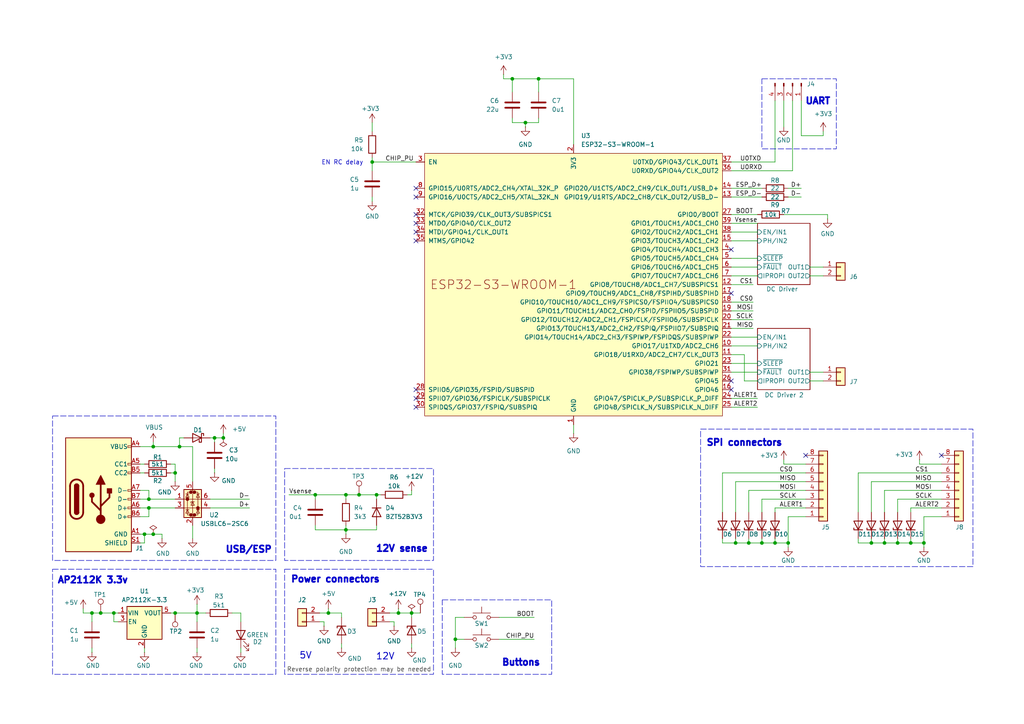
<source format=kicad_sch>
(kicad_sch (version 20250114) (generator "eeschema") (generator_version "9.0")
  (paper "A4")
  (rectangle (start 128.27 173.99) (end 160.02 195.58) (stroke (width 0) (type dash)))
  (rectangle (start 82.55 135.89) (end 125.73 162.56) (stroke (width 0) (type dash)))
  (rectangle (start 220.98 22.86) (end 242.57 43.18) (stroke (width 0) (type dash)))
  (rectangle (start 15.24 120.65) (end 80.01 162.56) (stroke (width 0) (type dash)))
  (rectangle (start 15.24 165.1) (end 80.01 195.58) (stroke (width 0) (type dash)))
  (rectangle (start 82.55 165.1) (end 125.73 195.58) (stroke (width 0) (type dash)))
  (rectangle (start 203.2 124.46) (end 282.194 164.338) (stroke (width 0) (type dash)))
  (text "SPI connectors" (at 215.9 128.524 0) (effects (font (size 1.905 1.905) (thickness 0.508) (bold yes))))
  (text "12V sense" (at 116.586 159.258 0) (effects (font (size 1.905 1.905) (thickness 0.508) (bold yes))))
  (text "Power connectors" (at 97.282 168.148 0) (effects (font (size 1.905 1.905) (thickness 0.508) (bold yes))))
  (text "Reverse polarity protection may be needed" (at 104.14 194.31 0) (effects (font (size 1.27 1.27))))
  (text "AP2112K 3.3v" (at 26.924 168.402 0) (effects (font (size 1.905 1.905) (thickness 0.508) (bold yes))))
  (text "USB/ESP" (at 72.136 159.512 0) (effects (font (size 1.905 1.905) (thickness 0.508) (bold yes))))
  (text "5V" (at 88.646 190.246 0) (effects (font (size 1.905 1.905) (thickness 0.2381))))
  (text "Buttons" (at 151.13 192.278 0) (effects (font (size 1.905 1.905) (thickness 0.508) (bold yes))))
  (text "12V" (at 111.76 190.5 0) (effects (font (size 1.905 1.905) (thickness 0.2381))))
  (text "UART" (at 237.236 29.464 0) (effects (font (size 1.905 1.905) (thickness 0.508) (bold yes))))
  (text "EN RC delay" (at 99.314 47.244 0) (effects (font (size 1.27 1.27))))
  (junction (at 44.45 154.94))
  (junction (at 156.21 22.86))
  (junction (at 260.35 157.48))
  (junction (at 33.02 177.8))
  (junction (at 44.45 129.54))
  (junction (at 224.79 157.48))
  (junction (at 148.59 22.86))
  (junction (at 217.17 157.48))
  (junction (at 26.67 177.8))
  (junction (at 132.08 185.42))
  (junction (at 43.18 144.78))
  (junction (at 50.8 177.8))
  (junction (at 213.36 157.48))
  (junction (at 115.57 177.8))
  (junction (at 29.21 177.8))
  (junction (at 95.25 177.8))
  (junction (at 41.91 154.94))
  (junction (at 220.98 157.48))
  (junction (at 252.73 157.48))
  (junction (at 104.14 143.51))
  (junction (at 100.33 153.67))
  (junction (at 264.16 157.48))
  (junction (at 119.38 177.8))
  (junction (at 57.15 177.8))
  (junction (at 52.07 129.54))
  (junction (at 109.22 143.51))
  (junction (at 228.6 157.48))
  (junction (at 100.33 143.51))
  (junction (at 152.4 35.56))
  (junction (at 64.77 127))
  (junction (at 43.18 147.32))
  (junction (at 107.95 46.99))
  (junction (at 91.44 143.51))
  (junction (at 62.23 127))
  (junction (at 50.8 137.16))
  (junction (at 267.97 157.48))
  (junction (at 256.54 157.48))
  (no_connect (at 212.09 110.49))
  (no_connect (at 212.09 113.03))
  (no_connect (at 120.65 57.15))
  (no_connect (at 273.05 132.08))
  (no_connect (at 120.65 115.57))
  (no_connect (at 120.65 67.31))
  (no_connect (at 212.09 72.39))
  (no_connect (at 212.09 85.09))
  (no_connect (at 120.65 54.61))
  (no_connect (at 120.65 113.03))
  (no_connect (at 120.65 118.11))
  (no_connect (at 233.68 132.08))
  (no_connect (at 120.65 62.23))
  (no_connect (at 120.65 69.85))
  (no_connect (at 120.65 64.77))
  (wire (pts (xy 62.23 137.16) (xy 62.23 135.89)))
  (wire (pts (xy 238.76 38.1) (xy 238.76 39.37)))
  (wire (pts (xy 224.79 147.32) (xy 224.79 148.59)))
  (wire (pts (xy 219.71 118.11) (xy 212.09 118.11)))
  (wire (pts (xy 62.23 127) (xy 62.23 128.27)))
  (wire (pts (xy 62.23 127) (xy 60.96 127)))
  (wire (pts (xy 156.21 34.29) (xy 156.21 35.56)))
  (wire (pts (xy 238.76 39.37) (xy 232.41 39.37)))
  (wire (pts (xy 260.35 144.78) (xy 273.05 144.78)))
  (wire (pts (xy 33.02 177.8) (xy 33.02 180.34)))
  (wire (pts (xy 118.11 143.51) (xy 119.38 143.51)))
  (wire (pts (xy 119.38 177.8) (xy 119.38 179.07)))
  (wire (pts (xy 234.95 107.95) (xy 238.76 107.95)))
  (wire (pts (xy 220.98 157.48) (xy 224.79 157.48)))
  (wire (pts (xy 50.8 147.32) (xy 43.18 147.32)))
  (wire (pts (xy 64.77 127) (xy 62.23 127)))
  (wire (pts (xy 248.92 156.21) (xy 248.92 157.48)))
  (wire (pts (xy 218.44 82.55) (xy 212.09 82.55)))
  (wire (pts (xy 228.6 54.61) (xy 232.41 54.61)))
  (wire (pts (xy 212.09 97.79) (xy 219.71 97.79)))
  (wire (pts (xy 109.22 153.67) (xy 109.22 152.4)))
  (wire (pts (xy 220.98 148.59) (xy 220.98 144.78)))
  (wire (pts (xy 218.44 95.25) (xy 212.09 95.25)))
  (wire (pts (xy 107.95 46.99) (xy 107.95 49.53)))
  (wire (pts (xy 114.3 181.61) (xy 114.3 180.34)))
  (wire (pts (xy 212.09 107.95) (xy 219.71 107.95)))
  (wire (pts (xy 95.25 176.53) (xy 95.25 177.8)))
  (wire (pts (xy 95.25 177.8) (xy 99.06 177.8)))
  (wire (pts (xy 26.67 177.8) (xy 29.21 177.8)))
  (wire (pts (xy 213.36 156.21) (xy 213.36 157.48)))
  (wire (pts (xy 212.09 102.87) (xy 215.9 102.87)))
  (wire (pts (xy 52.07 129.54) (xy 44.45 129.54)))
  (wire (pts (xy 248.92 137.16) (xy 273.05 137.16)))
  (wire (pts (xy 64.77 127) (xy 64.77 125.73)))
  (wire (pts (xy 109.22 143.51) (xy 110.49 143.51)))
  (wire (pts (xy 220.98 144.78) (xy 233.68 144.78)))
  (wire (pts (xy 92.71 180.34) (xy 93.98 180.34)))
  (wire (pts (xy 41.91 187.96) (xy 41.91 189.23)))
  (wire (pts (xy 256.54 142.24) (xy 273.05 142.24)))
  (wire (pts (xy 41.91 157.48) (xy 40.64 157.48)))
  (wire (pts (xy 146.05 22.86) (xy 146.05 21.59)))
  (wire (pts (xy 43.18 144.78) (xy 40.64 144.78)))
  (wire (pts (xy 50.8 139.7) (xy 50.8 137.16)))
  (wire (pts (xy 57.15 187.96) (xy 57.15 189.23)))
  (wire (pts (xy 41.91 137.16) (xy 40.64 137.16)))
  (wire (pts (xy 50.8 144.78) (xy 43.18 144.78)))
  (wire (pts (xy 264.16 147.32) (xy 264.16 148.59)))
  (wire (pts (xy 44.45 154.94) (xy 41.91 154.94)))
  (wire (pts (xy 49.53 177.8) (xy 50.8 177.8)))
  (wire (pts (xy 119.38 142.24) (xy 119.38 143.51)))
  (wire (pts (xy 224.79 156.21) (xy 224.79 157.48)))
  (wire (pts (xy 232.41 39.37) (xy 232.41 29.21)))
  (wire (pts (xy 115.57 177.8) (xy 119.38 177.8)))
  (wire (pts (xy 234.95 77.47) (xy 238.76 77.47)))
  (wire (pts (xy 50.8 137.16) (xy 49.53 137.16)))
  (wire (pts (xy 40.64 149.86) (xy 43.18 149.86)))
  (wire (pts (xy 248.92 148.59) (xy 248.92 137.16)))
  (wire (pts (xy 224.79 147.32) (xy 233.68 147.32)))
  (wire (pts (xy 212.09 105.41) (xy 219.71 105.41)))
  (wire (pts (xy 267.97 149.86) (xy 273.05 149.86)))
  (wire (pts (xy 217.17 142.24) (xy 233.68 142.24)))
  (wire (pts (xy 228.6 149.86) (xy 228.6 157.48)))
  (wire (pts (xy 55.88 129.54) (xy 52.07 129.54)))
  (wire (pts (xy 60.96 147.32) (xy 72.39 147.32)))
  (wire (pts (xy 100.33 143.51) (xy 100.33 144.78)))
  (wire (pts (xy 113.03 180.34) (xy 114.3 180.34)))
  (wire (pts (xy 248.92 157.48) (xy 252.73 157.48)))
  (wire (pts (xy 212.09 57.15) (xy 220.98 57.15)))
  (wire (pts (xy 33.02 177.8) (xy 34.29 177.8)))
  (wire (pts (xy 91.44 143.51) (xy 100.33 143.51)))
  (wire (pts (xy 91.44 143.51) (xy 91.44 144.78)))
  (wire (pts (xy 55.88 152.4) (xy 55.88 156.21)))
  (wire (pts (xy 69.85 177.8) (xy 69.85 180.34)))
  (wire (pts (xy 91.44 153.67) (xy 91.44 152.4)))
  (wire (pts (xy 219.71 115.57) (xy 212.09 115.57)))
  (wire (pts (xy 43.18 147.32) (xy 40.64 147.32)))
  (wire (pts (xy 224.79 157.48) (xy 228.6 157.48)))
  (wire (pts (xy 46.99 154.94) (xy 44.45 154.94)))
  (wire (pts (xy 212.09 69.85) (xy 219.71 69.85)))
  (wire (pts (xy 109.22 143.51) (xy 109.22 144.78)))
  (wire (pts (xy 215.9 110.49) (xy 215.9 102.87)))
  (wire (pts (xy 229.87 49.53) (xy 212.09 49.53)))
  (wire (pts (xy 224.79 46.99) (xy 212.09 46.99)))
  (wire (pts (xy 156.21 22.86) (xy 166.37 22.86)))
  (wire (pts (xy 212.09 64.77) (xy 219.71 64.77)))
  (wire (pts (xy 224.79 29.21) (xy 224.79 46.99)))
  (wire (pts (xy 240.03 63.5) (xy 240.03 62.23)))
  (wire (pts (xy 50.8 134.62) (xy 50.8 137.16)))
  (wire (pts (xy 228.6 158.75) (xy 228.6 157.48)))
  (wire (pts (xy 166.37 123.19) (xy 166.37 125.73)))
  (wire (pts (xy 267.97 158.75) (xy 267.97 157.48)))
  (wire (pts (xy 260.35 148.59) (xy 260.35 144.78)))
  (wire (pts (xy 100.33 143.51) (xy 104.14 143.51)))
  (wire (pts (xy 99.06 186.69) (xy 99.06 187.96)))
  (wire (pts (xy 227.33 133.35) (xy 227.33 134.62)))
  (wire (pts (xy 217.17 157.48) (xy 220.98 157.48)))
  (wire (pts (xy 266.7 133.35) (xy 266.7 134.62)))
  (wire (pts (xy 119.38 186.69) (xy 119.38 187.96)))
  (wire (pts (xy 26.67 180.34) (xy 26.67 177.8)))
  (wire (pts (xy 57.15 175.26) (xy 57.15 177.8)))
  (wire (pts (xy 218.44 90.17) (xy 212.09 90.17)))
  (wire (pts (xy 213.36 157.48) (xy 217.17 157.48)))
  (wire (pts (xy 146.05 22.86) (xy 148.59 22.86)))
  (wire (pts (xy 24.13 177.8) (xy 26.67 177.8)))
  (wire (pts (xy 213.36 139.7) (xy 213.36 148.59)))
  (wire (pts (xy 156.21 35.56) (xy 152.4 35.56)))
  (wire (pts (xy 107.95 45.72) (xy 107.95 46.99)))
  (wire (pts (xy 55.88 129.54) (xy 55.88 139.7)))
  (wire (pts (xy 100.33 152.4) (xy 100.33 153.67)))
  (wire (pts (xy 107.95 46.99) (xy 120.65 46.99)))
  (wire (pts (xy 273.05 134.62) (xy 266.7 134.62)))
  (wire (pts (xy 217.17 156.21) (xy 217.17 157.48)))
  (wire (pts (xy 219.71 62.23) (xy 212.09 62.23)))
  (wire (pts (xy 152.4 35.56) (xy 152.4 36.83)))
  (wire (pts (xy 256.54 157.48) (xy 260.35 157.48)))
  (wire (pts (xy 209.55 156.21) (xy 209.55 157.48)))
  (wire (pts (xy 52.07 127) (xy 53.34 127)))
  (wire (pts (xy 148.59 34.29) (xy 148.59 35.56)))
  (wire (pts (xy 93.98 181.61) (xy 93.98 180.34)))
  (wire (pts (xy 99.06 177.8) (xy 99.06 179.07)))
  (wire (pts (xy 260.35 157.48) (xy 264.16 157.48)))
  (wire (pts (xy 217.17 142.24) (xy 217.17 148.59)))
  (wire (pts (xy 57.15 180.34) (xy 57.15 177.8)))
  (wire (pts (xy 24.13 176.53) (xy 24.13 177.8)))
  (wire (pts (xy 69.85 187.96) (xy 69.85 189.23)))
  (wire (pts (xy 264.16 157.48) (xy 267.97 157.48)))
  (wire (pts (xy 41.91 154.94) (xy 40.64 154.94)))
  (wire (pts (xy 92.71 177.8) (xy 95.25 177.8)))
  (wire (pts (xy 264.16 147.32) (xy 273.05 147.32)))
  (wire (pts (xy 256.54 142.24) (xy 256.54 148.59)))
  (wire (pts (xy 252.73 139.7) (xy 273.05 139.7)))
  (wire (pts (xy 252.73 139.7) (xy 252.73 148.59)))
  (wire (pts (xy 121.92 177.8) (xy 119.38 177.8)))
  (wire (pts (xy 40.64 142.24) (xy 43.18 142.24)))
  (wire (pts (xy 240.03 62.23) (xy 227.33 62.23)))
  (wire (pts (xy 212.09 77.47) (xy 219.71 77.47)))
  (wire (pts (xy 218.44 92.71) (xy 212.09 92.71)))
  (wire (pts (xy 220.98 156.21) (xy 220.98 157.48)))
  (wire (pts (xy 44.45 129.54) (xy 40.64 129.54)))
  (wire (pts (xy 209.55 137.16) (xy 233.68 137.16)))
  (wire (pts (xy 212.09 54.61) (xy 220.98 54.61)))
  (wire (pts (xy 267.97 149.86) (xy 267.97 157.48)))
  (wire (pts (xy 104.14 143.51) (xy 109.22 143.51)))
  (wire (pts (xy 43.18 142.24) (xy 43.18 144.78)))
  (wire (pts (xy 219.71 110.49) (xy 215.9 110.49)))
  (wire (pts (xy 107.95 35.56) (xy 107.95 38.1)))
  (wire (pts (xy 132.08 187.96) (xy 132.08 185.42)))
  (wire (pts (xy 252.73 157.48) (xy 256.54 157.48)))
  (wire (pts (xy 132.08 179.07) (xy 134.62 179.07)))
  (wire (pts (xy 52.07 127) (xy 52.07 129.54)))
  (wire (pts (xy 144.78 185.42) (xy 154.94 185.42)))
  (wire (pts (xy 212.09 67.31) (xy 219.71 67.31)))
  (wire (pts (xy 260.35 156.21) (xy 260.35 157.48)))
  (wire (pts (xy 83.82 143.51) (xy 91.44 143.51)))
  (wire (pts (xy 100.33 153.67) (xy 100.33 154.94)))
  (wire (pts (xy 43.18 149.86) (xy 43.18 147.32)))
  (wire (pts (xy 41.91 134.62) (xy 40.64 134.62)))
  (wire (pts (xy 234.95 110.49) (xy 238.76 110.49)))
  (wire (pts (xy 144.78 179.07) (xy 154.94 179.07)))
  (wire (pts (xy 227.33 29.21) (xy 227.33 36.83)))
  (wire (pts (xy 264.16 156.21) (xy 264.16 157.48)))
  (wire (pts (xy 107.95 57.15) (xy 107.95 58.42)))
  (wire (pts (xy 132.08 185.42) (xy 134.62 185.42)))
  (wire (pts (xy 252.73 156.21) (xy 252.73 157.48)))
  (wire (pts (xy 256.54 156.21) (xy 256.54 157.48)))
  (wire (pts (xy 148.59 26.67) (xy 148.59 22.86)))
  (wire (pts (xy 50.8 177.8) (xy 57.15 177.8)))
  (wire (pts (xy 212.09 100.33) (xy 219.71 100.33)))
  (wire (pts (xy 148.59 22.86) (xy 156.21 22.86)))
  (wire (pts (xy 166.37 22.86) (xy 166.37 41.91)))
  (wire (pts (xy 29.21 177.8) (xy 33.02 177.8)))
  (wire (pts (xy 228.6 57.15) (xy 232.41 57.15)))
  (wire (pts (xy 213.36 139.7) (xy 233.68 139.7)))
  (wire (pts (xy 44.45 128.27) (xy 44.45 129.54)))
  (wire (pts (xy 152.4 35.56) (xy 148.59 35.56)))
  (wire (pts (xy 229.87 29.21) (xy 229.87 49.53)))
  (wire (pts (xy 209.55 148.59) (xy 209.55 137.16)))
  (wire (pts (xy 228.6 149.86) (xy 233.68 149.86)))
  (wire (pts (xy 234.95 80.01) (xy 238.76 80.01)))
  (wire (pts (xy 26.67 187.96) (xy 26.67 189.23)))
  (wire (pts (xy 233.68 134.62) (xy 227.33 134.62)))
  (wire (pts (xy 212.09 74.93) (xy 219.71 74.93)))
  (wire (pts (xy 46.99 154.94) (xy 46.99 156.21)))
  (wire (pts (xy 60.96 144.78) (xy 72.39 144.78)))
  (wire (pts (xy 156.21 22.86) (xy 156.21 26.67)))
  (wire (pts (xy 132.08 185.42) (xy 132.08 179.07)))
  (wire (pts (xy 57.15 177.8) (xy 59.69 177.8)))
  (wire (pts (xy 115.57 176.53) (xy 115.57 177.8)))
  (wire (pts (xy 50.8 134.62) (xy 49.53 134.62)))
  (wire (pts (xy 218.44 87.63) (xy 212.09 87.63)))
  (wire (pts (xy 41.91 154.94) (xy 41.91 157.48)))
  (wire (pts (xy 67.31 177.8) (xy 69.85 177.8)))
  (wire (pts (xy 113.03 177.8) (xy 115.57 177.8)))
  (wire (pts (xy 209.55 157.48) (xy 213.36 157.48)))
  (wire (pts (xy 212.09 80.01) (xy 219.71 80.01)))
  (wire (pts (xy 100.33 153.67) (xy 109.22 153.67)))
  (wire (pts (xy 100.33 153.67) (xy 91.44 153.67)))
  (wire (pts (xy 33.02 180.34) (xy 34.29 180.34)))
  (label "MISO" (at 218.44 95.25 180))
  (label "MOSI" (at 218.44 90.17 180))
  (label "MOSI" (at 226.06 142.24 0))
  (label "ALERT2" (at 265.43 147.32 0))
  (label "CS1" (at 265.43 137.16 0))
  (label "SCLK" (at 265.43 144.78 0))
  (label "CS0" (at 226.06 137.16 0))
  (label "CS0" (at 218.44 87.63 180))
  (label "MISO" (at 265.43 139.7 0))
  (label "ALERT2" (at 219.71 118.11 180))
  (label "ALERT1" (at 226.06 147.32 0))
  (label "CHIP_PU" (at 111.76 46.99 0))
  (label "U0TXD" (at 214.63 46.99 0))
  (label "BOOT" (at 154.94 179.07 180))
  (label "CHIP_PU" (at 154.94 185.42 180))
  (label "U0RXD" (at 214.63 49.53 0))
  (label "D+" (at 232.41 54.61 180))
  (label "BOOT" (at 213.36 62.23 0))
  (label "SCLK" (at 226.06 144.78 0))
  (label "SCLK" (at 218.44 92.71 180))
  (label "CS1" (at 218.44 82.55 180))
  (label "MOSI" (at 265.43 142.24 0))
  (label "ALERT1" (at 219.71 115.57 180))
  (label "D+" (at 72.39 147.32 180))
  (label "ESP_D+" (at 220.98 54.61 180))
  (label "D-" (at 232.41 57.15 180))
  (label "Vsense" (at 83.82 143.51 0))
  (label "Vsense" (at 219.71 64.77 180))
  (label "D-" (at 72.39 144.78 180))
  (label "ESP_D-" (at 220.98 57.15 180))
  (label "MISO" (at 226.06 139.7 0))
  (symbol (lib_id "Connector:USB_C_Receptacle_USB2.0_14P") (at 27.94 144.78 0) (unit 1)
    (property "Reference" "J1" (at 41.656 159.004 0) (effects (justify right)))
    (property "Value" "USB_C_Receptacle_USB2.0_14P" (effects (hide yes)))
    (property "Footprint" "Connector_USB:USB_C_Receptacle_HRO_TYPE-C-31-M-12" (effects (hide yes)))
    (property "Datasheet" "https://www.usb.org/sites/default/files/documents/usb_type-c.zip" (effects (hide yes)))
    (property "Description" "USB 2.0-only 14P Type-C Receptacle connector" (effects (hide yes)))
    (property "Manufacturer" "Shou HAN" (effects (hide yes)))
    (property "Manufacturer Part Number" "TYPE-C16PIN" (effects (hide yes)))
    (property "Basic" "X" (effects (hide yes)))
    (property "JLCPCB Part #" "C393939" (effects (hide yes)))
  )
  (symbol (lib_id "power:GND") (at 46.99 156.21 0) (mirror y) (unit 1)
    (property "Reference" "#PWR05" (effects (hide yes)))
    (property "Value" "GND" (at 45.212 160.528 0) (effects (justify right)))
    (property "Description" "Power symbol creates a global label with name \"GND\" , ground" (effects (hide yes)))
  )
  (symbol (lib_id "Pers:H5VU10U") (at 256.54 152.4 90) (unit 1)
    (property "Reference" "D13" (at 260.35 154.94 90) (effects (justify left)))
    (property "Value" "H5VU10U" (effects (hide yes)))
    (property "Footprint" "Pers:Diode_DFN1006" (effects (hide yes)))
    (property "Datasheet" "https://datasheet.lcsc.com/lcsc/2504101957_hongjiacheng-H5VU10U_C22395519.pdf" (effects (hide yes)))
    (property "Description" "-55℃~+155℃ 0.8pF 16V 200nA 55W@8/20us 5A@8/20us 5V 6V ESD IEC 61000-4-2 Unidirectional DFN1006-2L ESD and Surge Protection (TVS/ESD) ROHS" (effects (hide yes)))
    (property "Basic" "E" (effects (hide yes)))
    (property "JLCPCB Part #" "C22395519" (effects (hide yes)))
    (property "Manufacturer" "hongjiacheng" (effects (hide yes)))
    (property "Manufacturer Part Number" "H5VU10U" (effects (hide yes)))
  )
  (symbol (lib_id "Device:R") (at 45.72 137.16 270) (mirror x) (unit 1)
    (property "Reference" "R2" (at 45.72 139.446 90))
    (property "Value" "5k1" (at 45.72 137.16 90))
    (property "Footprint" "Resistor_SMD:R_0603_1608Metric" (effects (hide yes)))
    (property "Description" "Resistor" (effects (hide yes)))
    (property "Manufacturer" "Uniroyal Elec" (effects (hide yes)))
    (property "Manufacturer Part Number" "0603WAF5101T5E" (effects (hide yes)))
    (property "Basic" "Y" (effects (hide yes)))
    (property "JLCPCB Part #" "C23186" (effects (hide yes)))
  )
  (symbol (lib_id "power:GND") (at 152.4 36.83 0) (unit 1)
    (property "Reference" "#PWR025" (effects (hide yes)))
    (property "Value" "GND" (at 152.4 41.91 0))
    (property "Description" "Power symbol creates a global label with name \"GND\" , ground" (effects (hide yes)))
  )
  (symbol (lib_id "Device:C") (at 62.23 132.08 0) (mirror y) (unit 1)
    (property "Reference" "C3" (at 69.088 130.556 0) (effects (justify left)))
    (property "Value" "10u" (at 69.088 133.096 0) (effects (justify left)))
    (property "Footprint" "Capacitor_SMD:C_0402_1005Metric" (effects (hide yes)))
    (property "Description" "Unpolarized capacitor" (effects (hide yes)))
    (property "Manufacturer" "Samsung Electro-Mechanics " (effects (hide yes)))
    (property "Manufacturer Part Number" "CL05A106MQ5NUNC" (effects (hide yes)))
    (property "Basic" "Y" (effects (hide yes)))
    (property "JLCPCB Part #" "C15525" (effects (hide yes)))
  )
  (symbol (lib_id "Pers:H5VU10U") (at 209.55 152.4 90) (unit 1)
    (property "Reference" "D6" (at 212.344 154.94 90) (effects (justify left)))
    (property "Value" "H5VU10U" (effects (hide yes)))
    (property "Footprint" "Pers:Diode_DFN1006" (effects (hide yes)))
    (property "Datasheet" "https://datasheet.lcsc.com/lcsc/2504101957_hongjiacheng-H5VU10U_C22395519.pdf" (effects (hide yes)))
    (property "Description" "-55℃~+155℃ 0.8pF 16V 200nA 55W@8/20us 5A@8/20us 5V 6V ESD IEC 61000-4-2 Unidirectional DFN1006-2L ESD and Surge Protection (TVS/ESD) ROHS" (effects (hide yes)))
    (property "Basic" "E" (effects (hide yes)))
    (property "JLCPCB Part #" "C22395519" (effects (hide yes)))
    (property "Manufacturer" "hongjiacheng" (effects (hide yes)))
    (property "Manufacturer Part Number" "H5VU10U" (effects (hide yes)))
  )
  (symbol (lib_id "power:GND") (at 114.3 181.61 0) (unit 1)
    (property "Reference" "#PWR019" (effects (hide yes)))
    (property "Value" "GND" (at 114.3 185.928 0))
    (property "Description" "Power symbol creates a global label with name \"GND\" , ground" (effects (hide yes)))
  )
  (symbol (lib_id "Connector_Generic:Conn_01x02") (at 87.63 180.34 180) (unit 1)
    (property "Reference" "J2" (at 87.63 173.99 0))
    (property "Value" "Conn_01x02" (effects (hide yes)))
    (property "Description" "Generic connector, single row, 01x02, script generated (kicad-library-utils/schlib/autogen/connector/)" (effects (hide yes)))
  )
  (symbol (lib_id "power:+5V") (at 24.13 176.53 0) (unit 1)
    (property "Reference" "#PWR01" (effects (hide yes)))
    (property "Value" "+5V" (at 20.574 174.752 0))
    (property "Description" "Power symbol creates a global label with name \"+5V\"" (effects (hide yes)))
  )
  (symbol (lib_id "power:GND") (at 99.06 187.96 0) (unit 1)
    (property "Reference" "#PWR015" (effects (hide yes)))
    (property "Value" "GND" (at 102.87 191.008 0))
    (property "Description" "Power symbol creates a global label with name \"GND\" , ground" (effects (hide yes)))
  )
  (symbol (lib_id "Switch:SW_Push") (at 139.7 185.42 0) (unit 1)
    (property "Reference" "SW2" (at 139.7 187.198 0))
    (property "Value" "SW_Push" (effects (hide yes)))
    (property "Footprint" "Button_Switch_SMD:SW_SPST_TS-1088-xR020" (effects (hide yes)))
    (property "Description" "Push button switch, generic, two pins" (effects (hide yes)))
    (property "Manufacturer" "XUNPU" (effects (hide yes)))
    (property "Manufacturer Part Number" "TS-1088-AR02016" (effects (hide yes)))
    (property "Basic" "Y" (effects (hide yes)))
    (property "JLCPCB Part #" "C720477" (effects (hide yes)))
  )
  (symbol (lib_id "Device:C") (at 26.67 184.15 0) (mirror y) (unit 1)
    (property "Reference" "C1" (at 22.86 182.8799 0) (effects (justify left)))
    (property "Value" "1u" (at 22.86 185.4199 0) (effects (justify left)))
    (property "Footprint" "Capacitor_SMD:C_0603_1608Metric" (effects (hide yes)))
    (property "Description" "Unpolarized capacitor" (effects (hide yes)))
    (property "Basic" "Y" (effects (hide yes)))
    (property "JLCPCB Part #" "C15849" (effects (hide yes)))
    (property "Manufacturer" "Samsung Electro-Mechanics " (effects (hide yes)))
    (property "Manufacturer Part Number" "CL10A105KB8NNNC" (effects (hide yes)))
  )
  (symbol (lib_id "Regulator_Linear:AP2112K-3.3") (at 41.91 180.34 0) (unit 1)
    (property "Reference" "U1" (at 41.91 171.45 0))
    (property "Value" "AP2112K-3.3" (at 41.91 173.99 0))
    (property "Footprint" "Package_TO_SOT_SMD:SOT-23-5" (effects (hide yes)))
    (property "Datasheet" "https://www.diodes.com/assets/Datasheets/AP2112.pdf" (effects (hide yes)))
    (property "Description" "600mA low dropout linear regulator, with enable pin, 3.8V-6V input voltage range, 3.3V fixed positive output, SOT-23-5" (effects (hide yes)))
    (property "Basic" "X" (effects (hide yes)))
    (property "JLCPCB Part #" "C51118" (effects (hide yes)))
    (property "Manufacturer" "Diodes Incorporated" (effects (hide yes)))
    (property "Manufacturer Part Number" "AP2112K-3.3TRG1" (effects (hide yes)))
  )
  (symbol (lib_id "power:PWR_FLAG") (at 119.38 177.8 0) (unit 1)
    (property "Reference" "#FLG03" (effects (hide yes)))
    (property "Value" "PWR_FLAG" (effects (hide yes)))
    (property "Description" "Special symbol for telling ERC where power comes from" (effects (hide yes)))
  )
  (symbol (lib_id "Device:R") (at 224.79 57.15 90) (mirror x) (unit 1)
    (property "Reference" "R9" (at 224.79 59.436 90))
    (property "Value" "22" (at 224.79 57.15 90))
    (property "Footprint" "Resistor_SMD:R_0402_1005Metric" (effects (hide yes)))
    (property "Description" "Resistor" (effects (hide yes)))
    (property "Basic" "Y" (effects (hide yes)))
    (property "JLCPCB Part #" "C25092" (effects (hide yes)))
    (property "Manufacturer" "Uniroyal Elec" (effects (hide yes)))
    (property "Manufacturer Part Number" "0402WGF220JTCE" (effects (hide yes)))
  )
  (symbol (lib_id "power:GND") (at 228.6 158.75 0) (unit 1)
    (property "Reference" "#PWR029" (effects (hide yes)))
    (property "Value" "GND" (at 228.6 162.56 0))
    (property "Description" "Power symbol creates a global label with name \"GND\" , ground" (effects (hide yes)))
  )
  (symbol (lib_id "power:GND") (at 62.23 137.16 0) (mirror y) (unit 1)
    (property "Reference" "#PWR010" (effects (hide yes)))
    (property "Value" "GND" (at 66.294 139.446 0))
    (property "Description" "Power symbol creates a global label with name \"GND\" , ground" (effects (hide yes)))
  )
  (symbol (lib_id "Pers:H5VU10U") (at 252.73 152.4 90) (unit 1)
    (property "Reference" "D12" (at 256.54 154.94 90) (effects (justify left)))
    (property "Value" "H5VU10U" (effects (hide yes)))
    (property "Footprint" "Pers:Diode_DFN1006" (effects (hide yes)))
    (property "Datasheet" "https://datasheet.lcsc.com/lcsc/2504101957_hongjiacheng-H5VU10U_C22395519.pdf" (effects (hide yes)))
    (property "Description" "-55℃~+155℃ 0.8pF 16V 200nA 55W@8/20us 5A@8/20us 5V 6V ESD IEC 61000-4-2 Unidirectional DFN1006-2L ESD and Surge Protection (TVS/ESD) ROHS" (effects (hide yes)))
    (property "Basic" "E" (effects (hide yes)))
    (property "JLCPCB Part #" "C22395519" (effects (hide yes)))
    (property "Manufacturer" "hongjiacheng" (effects (hide yes)))
    (property "Manufacturer Part Number" "H5VU10U" (effects (hide yes)))
  )
  (symbol (lib_id "Device:R") (at 63.5 177.8 90) (unit 1)
    (property "Reference" "R3" (at 63.5 172.974 90))
    (property "Value" "5k1" (at 63.5 175.514 90))
    (property "Footprint" "Resistor_SMD:R_0603_1608Metric" (effects (hide yes)))
    (property "Description" "Resistor" (effects (hide yes)))
    (property "Basic" "Y" (effects (hide yes)))
    (property "JLCPCB Part #" "C23186" (effects (hide yes)))
    (property "Manufacturer" "Uniroyal Elec" (effects (hide yes)))
    (property "Manufacturer Part Number" "0603WAF5101T5E" (effects (hide yes)))
  )
  (symbol (lib_id "power:GND") (at 93.98 181.61 0) (unit 1)
    (property "Reference" "#PWR013" (effects (hide yes)))
    (property "Value" "GND" (at 93.98 185.928 0))
    (property "Description" "Power symbol creates a global label with name \"GND\" , ground" (effects (hide yes)))
  )
  (symbol (lib_id "power:+3V3") (at 266.7 133.35 0) (unit 1)
    (property "Reference" "#PWR032" (effects (hide yes)))
    (property "Value" "+3V3" (at 262.128 131.826 0))
    (property "Description" "Power symbol creates a global label with name \"+3V3\"" (effects (hide yes)))
  )
  (symbol (lib_id "power:+5V") (at 95.25 176.53 0) (unit 1)
    (property "Reference" "#PWR014" (effects (hide yes)))
    (property "Value" "+5V" (at 95.25 172.212 0))
    (property "Description" "Power symbol creates a global label with name \"+5V\"" (effects (hide yes)))
  )
  (symbol (lib_id "Connector_Generic:Conn_01x08") (at 238.76 142.24 0) (mirror x) (unit 1)
    (property "Reference" "J5" (at 238.252 152.908 0) (effects (justify left)))
    (property "Value" "Conn_01x08" (effects (hide yes)))
    (property "Description" "Generic connector, single row, 01x08, script generated (kicad-library-utils/schlib/autogen/connector/)" (effects (hide yes)))
  )
  (symbol (lib_id "Device:R") (at 224.79 54.61 90) (unit 1)
    (property "Reference" "R8" (at 224.79 52.324 90))
    (property "Value" "22" (at 224.79 54.61 90))
    (property "Footprint" "Resistor_SMD:R_0402_1005Metric" (effects (hide yes)))
    (property "Description" "Resistor" (effects (hide yes)))
    (property "Basic" "Y" (effects (hide yes)))
    (property "JLCPCB Part #" "C25092" (effects (hide yes)))
    (property "Manufacturer" "Uniroyal Elec" (effects (hide yes)))
    (property "Manufacturer Part Number" "0402WGF220JTCE" (effects (hide yes)))
  )
  (symbol (lib_id "power:GND") (at 69.85 189.23 0) (unit 1)
    (property "Reference" "#PWR012" (effects (hide yes)))
    (property "Value" "GND" (at 71.628 193.04 0) (effects (justify right)))
    (property "Description" "Power symbol creates a global label with name \"GND\" , ground" (effects (hide yes)))
  )
  (symbol (lib_id "Device:R") (at 45.72 134.62 270) (mirror x) (unit 1)
    (property "Reference" "R1" (at 45.72 132.588 90))
    (property "Value" "5k1" (at 45.72 134.62 90))
    (property "Footprint" "Resistor_SMD:R_0603_1608Metric" (effects (hide yes)))
    (property "Description" "Resistor" (effects (hide yes)))
    (property "Manufacturer" "Uniroyal Elec" (effects (hide yes)))
    (property "Manufacturer Part Number" "0603WAF5101T5E" (effects (hide yes)))
    (property "Basic" "Y" (effects (hide yes)))
    (property "JLCPCB Part #" "C23186" (effects (hide yes)))
  )
  (symbol (lib_id "power:+3V3") (at 227.33 133.35 0) (unit 1)
    (property "Reference" "#PWR028" (effects (hide yes)))
    (property "Value" "+3V3" (at 223.012 132.08 0))
    (property "Description" "Power symbol creates a global label with name \"+3V3\"" (effects (hide yes)))
  )
  (symbol (lib_id "power:GND") (at 132.08 187.96 0) (unit 1)
    (property "Reference" "#PWR023" (effects (hide yes)))
    (property "Value" "GND" (at 132.08 193.04 0))
    (property "Description" "Power symbol creates a global label with name \"GND\" , ground" (effects (hide yes)))
  )
  (symbol (lib_id "Device:LED") (at 69.85 184.15 90) (unit 1)
    (property "Reference" "D2" (at 74.676 186.182 90))
    (property "Value" "GREEN" (at 74.676 184.15 90))
    (property "Footprint" "LED_SMD:LED_0805_2012Metric" (effects (hide yes)))
    (property "Description" "Light emitting diode" (effects (hide yes)))
    (property "Sim.Pins" "1=K 2=A" (effects (hide yes)))
    (property "Manufacturer" "Hubei KENTO Elec " (effects (hide yes)))
    (property "Manufacturer Part Number" "KT-0805G" (effects (hide yes)))
    (property "Basic" "Y" (effects (hide yes)))
    (property "JLCPCB Part #" "C2297" (effects (hide yes)))
  )
  (symbol (lib_id "Device:D") (at 109.22 148.59 270) (unit 1)
    (property "Reference" "D4" (at 111.76 147.3199 90) (effects (justify left)))
    (property "Value" "BZT52B3V3" (at 111.76 149.8599 90) (effects (justify left)))
    (property "Description" "Diode" (effects (hide yes)))
    (property "Sim.Device" "D" (effects (hide yes)))
    (property "Sim.Pins" "1=K 2=A" (effects (hide yes)))
  )
  (symbol (lib_id "power:GND") (at 119.38 187.96 0) (unit 1)
    (property "Reference" "#PWR022" (effects (hide yes)))
    (property "Value" "GND" (at 121.666 191.516 0))
    (property "Description" "Power symbol creates a global label with name \"GND\" , ground" (effects (hide yes)))
  )
  (symbol (lib_id "Switch:SW_Push") (at 139.7 179.07 0) (unit 1)
    (property "Reference" "SW1" (at 139.7 180.848 0))
    (property "Value" "SW_Push" (effects (hide yes)))
    (property "Footprint" "Button_Switch_SMD:SW_SPST_TS-1088-xR020" (effects (hide yes)))
    (property "Description" "Push button switch, generic, two pins" (effects (hide yes)))
    (property "Manufacturer" "XUNPU" (effects (hide yes)))
    (property "Manufacturer Part Number" "TS-1088-AR02016" (effects (hide yes)))
    (property "Basic" "Y" (effects (hide yes)))
    (property "JLCPCB Part #" "C720477" (effects (hide yes)))
  )
  (symbol (lib_id "power:GND") (at 227.33 36.83 0) (unit 1)
    (property "Reference" "#PWR027" (effects (hide yes)))
    (property "Value" "GND" (at 229.362 40.64 0) (effects (justify right)))
    (property "Description" "Power symbol creates a global label with name \"GND\" , ground" (effects (hide yes)))
  )
  (symbol (lib_id "Pers:H5VU10U") (at 217.17 152.4 90) (unit 1)
    (property "Reference" "D8" (at 219.964 154.94 90) (effects (justify left)))
    (property "Value" "H5VU10U" (effects (hide yes)))
    (property "Footprint" "Pers:Diode_DFN1006" (effects (hide yes)))
    (property "Datasheet" "https://datasheet.lcsc.com/lcsc/2504101957_hongjiacheng-H5VU10U_C22395519.pdf" (effects (hide yes)))
    (property "Description" "-55℃~+155℃ 0.8pF 16V 200nA 55W@8/20us 5A@8/20us 5V 6V ESD IEC 61000-4-2 Unidirectional DFN1006-2L ESD and Surge Protection (TVS/ESD) ROHS" (effects (hide yes)))
    (property "Basic" "E" (effects (hide yes)))
    (property "JLCPCB Part #" "C22395519" (effects (hide yes)))
    (property "Manufacturer" "hongjiacheng" (effects (hide yes)))
    (property "Manufacturer Part Number" "H5VU10U" (effects (hide yes)))
  )
  (symbol (lib_id "power:PWR_FLAG") (at 64.77 127 180) (unit 1)
    (property "Reference" "#FLG01" (effects (hide yes)))
    (property "Value" "PWR_FLAG" (effects (hide yes)))
    (property "Description" "Special symbol for telling ERC where power comes from" (effects (hide yes)))
  )
  (symbol (lib_id "Connector_Generic:Conn_01x02") (at 243.84 107.95 0) (unit 1)
    (property "Reference" "J7" (at 246.38 110.744 0) (effects (justify left)))
    (property "Value" "Conn_01x02" (effects (hide yes)))
    (property "Description" "Generic connector, single row, 01x02, script generated (kicad-library-utils/schlib/autogen/connector/)" (effects (hide yes)))
  )
  (symbol (lib_id "PCM_Espressif:ESP32-S3-WROOM-1") (at 166.37 82.55 0) (unit 1)
    (property "Reference" "U3" (at 168.5133 39.37 0) (effects (justify left)))
    (property "Value" "ESP32-S3-WROOM-1" (at 168.5133 41.91 0) (effects (justify left)))
    (property "Footprint" "PCM_Espressif:ESP32-S3-WROOM-1" (effects (hide yes)))
    (property "Datasheet" "https://www.espressif.com/sites/default/files/documentation/esp32-s3-wroom-1_wroom-1u_datasheet_en.pdf" (effects (hide yes)))
    (property "Description" "2.4 GHz WiFi (802.11 b/g/n) and Bluetooth ® 5 (LE) module Built around ESP32S3 series of SoCs, Xtensa ® dualcore 32bit LX7 microprocessor Flash up to 16 MB, PSRAM up to 8 MB 36 GPIOs, rich set of peripherals Onboard PCB antenna" (effects (hide yes)))
  )
  (symbol (lib_id "Pers:H5VU10U") (at 213.36 152.4 90) (unit 1)
    (property "Reference" "D7" (at 216.154 154.94 90) (effects (justify left)))
    (property "Value" "H5VU10U" (effects (hide yes)))
    (property "Footprint" "Pers:Diode_DFN1006" (effects (hide yes)))
    (property "Datasheet" "https://datasheet.lcsc.com/lcsc/2504101957_hongjiacheng-H5VU10U_C22395519.pdf" (effects (hide yes)))
    (property "Description" "-55℃~+155℃ 0.8pF 16V 200nA 55W@8/20us 5A@8/20us 5V 6V ESD IEC 61000-4-2 Unidirectional DFN1006-2L ESD and Surge Protection (TVS/ESD) ROHS" (effects (hide yes)))
    (property "Basic" "E" (effects (hide yes)))
    (property "JLCPCB Part #" "C22395519" (effects (hide yes)))
    (property "Manufacturer" "hongjiacheng" (effects (hide yes)))
    (property "Manufacturer Part Number" "H5VU10U" (effects (hide yes)))
  )
  (symbol (lib_id "Connector_Generic:Conn_01x08") (at 278.13 142.24 0) (mirror x) (unit 1)
    (property "Reference" "J8" (at 277.114 152.908 0) (effects (justify left)))
    (property "Value" "Conn_01x08" (effects (hide yes)))
    (property "Description" "Generic connector, single row, 01x08, script generated (kicad-library-utils/schlib/autogen/connector/)" (effects (hide yes)))
  )
  (symbol (lib_id "Device:C") (at 156.21 30.48 0) (unit 1)
    (property "Reference" "C7" (at 160.02 29.2099 0) (effects (justify left)))
    (property "Value" "0u1" (at 160.02 31.7499 0) (effects (justify left)))
    (property "Description" "Unpolarized capacitor" (effects (hide yes)))
  )
  (symbol (lib_id "Device:R") (at 100.33 148.59 0) (unit 1)
    (property "Reference" "R4" (at 102.616 147.32 0) (effects (justify left)))
    (property "Value" "3k3" (at 102.616 149.86 0) (effects (justify left)))
    (property "Description" "Resistor" (effects (hide yes)))
  )
  (symbol (lib_id "power:+12V") (at 115.57 176.53 0) (unit 1)
    (property "Reference" "#PWR020" (effects (hide yes)))
    (property "Value" "+12V" (at 115.316 172.212 0))
    (property "Description" "Power symbol creates a global label with name \"+12V\"" (effects (hide yes)))
  )
  (symbol (lib_id "Connector_Generic:Conn_01x02") (at 243.84 77.47 0) (unit 1)
    (property "Reference" "J6" (at 246.38 80.264 0) (effects (justify left)))
    (property "Value" "Conn_01x02" (effects (hide yes)))
    (property "Description" "Generic connector, single row, 01x02, script generated (kicad-library-utils/schlib/autogen/connector/)" (effects (hide yes)))
  )
  (symbol (lib_id "power:+3V3") (at 107.95 35.56 0) (unit 1)
    (property "Reference" "#PWR017" (effects (hide yes)))
    (property "Value" "+3V3" (at 107.442 31.496 0))
    (property "Description" "Power symbol creates a global label with name \"+3V3\"" (effects (hide yes)))
  )
  (symbol (lib_id "power:GND") (at 240.03 63.5 0) (unit 1)
    (property "Reference" "#PWR031" (effects (hide yes)))
    (property "Value" "GND" (at 240.03 67.818 0))
    (property "Description" "Power symbol creates a global label with name \"GND\" , ground" (effects (hide yes)))
  )
  (symbol (lib_id "power:GND") (at 26.67 189.23 0) (mirror y) (unit 1)
    (property "Reference" "#PWR02" (effects (hide yes)))
    (property "Value" "GND" (at 24.892 193.04 0) (effects (justify right)))
    (property "Description" "Power symbol creates a global label with name \"GND\" , ground" (effects (hide yes)))
  )
  (symbol (lib_id "Pers:H5VU10U") (at 220.98 152.4 90) (unit 1)
    (property "Reference" "D9" (at 223.774 154.94 90) (effects (justify left)))
    (property "Value" "H5VU10U" (effects (hide yes)))
    (property "Footprint" "Pers:Diode_DFN1006" (effects (hide yes)))
    (property "Datasheet" "https://datasheet.lcsc.com/lcsc/2504101957_hongjiacheng-H5VU10U_C22395519.pdf" (effects (hide yes)))
    (property "Description" "-55℃~+155℃ 0.8pF 16V 200nA 55W@8/20us 5A@8/20us 5V 6V ESD IEC 61000-4-2 Unidirectional DFN1006-2L ESD and Surge Protection (TVS/ESD) ROHS" (effects (hide yes)))
    (property "Basic" "E" (effects (hide yes)))
    (property "JLCPCB Part #" "C22395519" (effects (hide yes)))
    (property "Manufacturer" "hongjiacheng" (effects (hide yes)))
    (property "Manufacturer Part Number" "H5VU10U" (effects (hide yes)))
  )
  (symbol (lib_id "Device:C") (at 107.95 53.34 0) (mirror y) (unit 1)
    (property "Reference" "C5" (at 104.14 52.0699 0) (effects (justify left)))
    (property "Value" "1u" (at 104.14 54.6099 0) (effects (justify left)))
    (property "Footprint" "Capacitor_SMD:C_0402_1005Metric" (effects (hide yes)))
    (property "Description" "Unpolarized capacitor" (effects (hide yes)))
    (property "Manufacturer" "Samsung Electro-Mechanics " (effects (hide yes)))
    (property "Manufacturer Part Number" "CL05A105KA5NQNC" (effects (hide yes)))
    (property "Basic" "Y" (effects (hide yes)))
    (property "JLCPCB Part #" "C52923" (effects (hide yes)))
  )
  (symbol (lib_id "Pers:H5VU10U") (at 260.35 152.4 90) (unit 1)
    (property "Reference" "D14" (at 264.16 154.94 90) (effects (justify left)))
    (property "Value" "H5VU10U" (effects (hide yes)))
    (property "Footprint" "Pers:Diode_DFN1006" (effects (hide yes)))
    (property "Datasheet" "https://datasheet.lcsc.com/lcsc/2504101957_hongjiacheng-H5VU10U_C22395519.pdf" (effects (hide yes)))
    (property "Description" "-55℃~+155℃ 0.8pF 16V 200nA 55W@8/20us 5A@8/20us 5V 6V ESD IEC 61000-4-2 Unidirectional DFN1006-2L ESD and Surge Protection (TVS/ESD) ROHS" (effects (hide yes)))
    (property "Basic" "E" (effects (hide yes)))
    (property "JLCPCB Part #" "C22395519" (effects (hide yes)))
    (property "Manufacturer" "hongjiacheng" (effects (hide yes)))
    (property "Manufacturer Part Number" "H5VU10U" (effects (hide yes)))
  )
  (symbol (lib_id "Device:R") (at 223.52 62.23 90) (mirror x) (unit 1)
    (property "Reference" "R7" (at 227.838 61.214 90))
    (property "Value" "10k" (at 223.52 62.23 90))
    (property "Footprint" "Resistor_SMD:R_0603_1608Metric" (effects (hide yes)))
    (property "Description" "Resistor" (effects (hide yes)))
    (property "Manufacturer" "Uniroyal Elec" (effects (hide yes)))
    (property "Manufacturer Part Number" "0603WAF1002T5E" (effects (hide yes)))
    (property "Basic" "Y" (effects (hide yes)))
    (property "JLCPCB Part #" "C25804" (effects (hide yes)))
  )
  (symbol (lib_id "Device:R") (at 114.3 143.51 90) (mirror x) (unit 1)
    (property "Reference" "R6" (at 114.3 138.43 90))
    (property "Value" "10k" (at 114.3 140.97 90))
    (property "Footprint" "Resistor_SMD:R_0603_1608Metric" (effects (hide yes)))
    (property "Description" "Resistor" (effects (hide yes)))
    (property "Manufacturer" "Uniroyal Elec" (effects (hide yes)))
    (property "Manufacturer Part Number" "0603WAF1002T5E" (effects (hide yes)))
    (property "Basic" "Y" (effects (hide yes)))
    (property "JLCPCB Part #" "C25804" (effects (hide yes)))
  )
  (symbol (lib_id "Connector:TestPoint") (at 121.92 177.8 0) (unit 1) (in_bom no)
    (property "Reference" "TP4" (at 119.888 172.466 0) (effects (justify left)))
    (property "Value" "TestPoint" (effects (hide yes)))
    (property "Footprint" "TestPoint:TestPoint_Pad_D2.0mm" (effects (hide yes)))
    (property "Description" "test point" (effects (hide yes)))
  )
  (symbol (lib_id "Pers:H5VU10U") (at 99.06 182.88 90) (mirror x) (unit 1)
    (property "Reference" "D3" (at 103.378 183.134 90) (effects (justify left)))
    (property "Value" "P6SMB6.8CA/TR13" (effects (hide yes)))
    (property "Footprint" "Diode_SMD:D_SMB" (effects (hide yes)))
    (property "Datasheet" "https://www.lcsc.com/datasheet/C78395.pdf" (effects (hide yes)))
    (property "Description" "10.5V 1uA 5.8V 58.1A 6.45V 600W Bidirectional TVS SMB(DO-214AA) ESD and Surge Protection (TVS/ESD) ROHS" (effects (hide yes)))
    (property "Basic" "Y" (effects (hide yes)))
    (property "JLCPCB Part #" "C78395" (effects (hide yes)))
    (property "Manufacturer" "Brightking" (effects (hide yes)))
    (property "Manufacturer Part Number" "P6SMB6.8CA/TR13" (effects (hide yes)))
  )
  (symbol (lib_id "Connector:TestPoint") (at 104.14 143.51 0) (unit 1) (in_bom no)
    (property "Reference" "TP3" (at 102.108 138.176 0) (effects (justify left)))
    (property "Value" "TestPoint" (effects (hide yes)))
    (property "Footprint" "TestPoint:TestPoint_Pad_D2.0mm" (effects (hide yes)))
    (property "Description" "test point" (effects (hide yes)))
  )
  (symbol (lib_id "Device:C") (at 91.44 148.59 0) (mirror y) (unit 1)
    (property "Reference" "C4" (at 87.63 147.3199 0) (effects (justify left)))
    (property "Value" "0u1" (at 87.63 149.8599 0) (effects (justify left)))
    (property "Description" "Unpolarized capacitor" (effects (hide yes)))
  )
  (symbol (lib_id "Connector_Generic:Conn_01x02") (at 107.95 180.34 180) (unit 1)
    (property "Reference" "J3" (at 107.95 173.99 0))
    (property "Value" "Conn_01x02" (effects (hide yes)))
    (property "Description" "Generic connector, single row, 01x02, script generated (kicad-library-utils/schlib/autogen/connector/)" (effects (hide yes)))
  )
  (symbol (lib_id "power:PWR_FLAG") (at 44.45 154.94 0) (unit 1)
    (property "Reference" "#FLG02" (effects (hide yes)))
    (property "Value" "PWR_FLAG" (effects (hide yes)))
    (property "Description" "Special symbol for telling ERC where power comes from" (effects (hide yes)))
  )
  (symbol (lib_id "Device:C") (at 148.59 30.48 0) (mirror y) (unit 1)
    (property "Reference" "C6" (at 144.78 29.2099 0) (effects (justify left)))
    (property "Value" "22u" (at 144.78 31.7499 0) (effects (justify left)))
    (property "Description" "Unpolarized capacitor" (effects (hide yes)))
  )
  (symbol (lib_id "Device:R") (at 107.95 41.91 0) (mirror x) (unit 1)
    (property "Reference" "R5" (at 105.41 40.6399 0) (effects (justify right)))
    (property "Value" "10k" (at 105.41 43.1799 0) (effects (justify right)))
    (property "Footprint" "Resistor_SMD:R_0603_1608Metric" (effects (hide yes)))
    (property "Description" "Resistor" (effects (hide yes)))
    (property "Manufacturer" "Uniroyal Elec" (effects (hide yes)))
    (property "Manufacturer Part Number" "0603WAF1002T5E" (effects (hide yes)))
    (property "Basic" "Y" (effects (hide yes)))
    (property "JLCPCB Part #" "C25804" (effects (hide yes)))
  )
  (symbol (lib_id "power:GND") (at 57.15 189.23 0) (unit 1)
    (property "Reference" "#PWR09" (effects (hide yes)))
    (property "Value" "GND" (at 58.928 193.04 0) (effects (justify right)))
    (property "Description" "Power symbol creates a global label with name \"GND\" , ground" (effects (hide yes)))
  )
  (symbol (lib_id "power:GND") (at 107.95 58.42 0) (unit 1)
    (property "Reference" "#PWR018" (effects (hide yes)))
    (property "Value" "GND" (at 107.95 62.738 0))
    (property "Description" "Power symbol creates a global label with name \"GND\" , ground" (effects (hide yes)))
  )
  (symbol (lib_id "power:+3V3") (at 238.76 38.1 0) (unit 1)
    (property "Reference" "#PWR030" (effects (hide yes)))
    (property "Value" "+3V3" (at 238.76 33.02 0))
    (property "Description" "Power symbol creates a global label with name \"+3V3\"" (effects (hide yes)))
  )
  (symbol (lib_id "Device:C") (at 57.15 184.15 0) (unit 1)
    (property "Reference" "C2" (at 60.96 182.8799 0) (effects (justify left)))
    (property "Value" "1u" (at 60.96 185.4199 0) (effects (justify left)))
    (property "Footprint" "Capacitor_SMD:C_0603_1608Metric" (effects (hide yes)))
    (property "Description" "Unpolarized capacitor" (effects (hide yes)))
    (property "Basic" "Y" (effects (hide yes)))
    (property "JLCPCB Part #" "C15849" (effects (hide yes)))
    (property "Manufacturer" "Samsung Electro-Mechanics " (effects (hide yes)))
    (property "Manufacturer Part Number" "CL10A105KB8NNNC" (effects (hide yes)))
  )
  (symbol (lib_id "power:VBUS") (at 44.45 128.27 0) (mirror y) (unit 1)
    (property "Reference" "#PWR04" (effects (hide yes)))
    (property "Value" "VBUS" (at 42.164 123.952 0) (effects (justify right)))
    (property "Description" "Power symbol creates a global label with name \"VBUS\"" (effects (hide yes)))
  )
  (symbol (lib_id "power:GND") (at 166.37 125.73 0) (unit 1)
    (property "Reference" "#PWR026" (effects (hide yes)))
    (property "Value" "GND" (at 166.37 130.81 0))
    (property "Description" "Power symbol creates a global label with name \"GND\" , ground" (effects (hide yes)))
  )
  (symbol (lib_id "Connector:Conn_01x04_Pin") (at 229.87 24.13 270) (unit 1) (in_bom no)
    (property "Reference" "J4" (at 235.204 24.384 90))
    (property "Value" "Conn_01x04_Pin" (effects (hide yes)))
    (property "Footprint" "Connector_PinHeader_2.54mm:PinHeader_1x04_P2.54mm_Vertical" (effects (hide yes)))
    (property "Description" "Generic connector, single row, 01x04, script generated" (effects (hide yes)))
  )
  (symbol (lib_id "Pers:H5VU10U") (at 248.92 152.4 90) (unit 1)
    (property "Reference" "D11" (at 252.73 154.94 90) (effects (justify left)))
    (property "Value" "H5VU10U" (effects (hide yes)))
    (property "Footprint" "Pers:Diode_DFN1006" (effects (hide yes)))
    (property "Datasheet" "https://datasheet.lcsc.com/lcsc/2504101957_hongjiacheng-H5VU10U_C22395519.pdf" (effects (hide yes)))
    (property "Description" "-55℃~+155℃ 0.8pF 16V 200nA 55W@8/20us 5A@8/20us 5V 6V ESD IEC 61000-4-2 Unidirectional DFN1006-2L ESD and Surge Protection (TVS/ESD) ROHS" (effects (hide yes)))
    (property "Basic" "E" (effects (hide yes)))
    (property "JLCPCB Part #" "C22395519" (effects (hide yes)))
    (property "Manufacturer" "hongjiacheng" (effects (hide yes)))
    (property "Manufacturer Part Number" "H5VU10U" (effects (hide yes)))
  )
  (symbol (lib_id "Power_Protection:USBLC6-2SC6") (at 55.88 144.78 0) (unit 1)
    (property "Reference" "U2" (at 60.706 149.352 0) (effects (justify left)))
    (property "Value" "USBLC6-2SC6" (at 58.166 151.892 0) (effects (justify left)))
    (property "Footprint" "Package_TO_SOT_SMD:SOT-23-6" (effects (hide yes)))
    (property "Datasheet" "https://www.st.com/resource/en/datasheet/usblc6-2.pdf" (effects (hide yes)))
    (property "Description" "Very low capacitance ESD protection diode, 2 data-line, SOT-23-6" (effects (hide yes)))
    (property "Manufacturer" "STMicroelectronics" (effects (hide yes)))
    (property "Manufacturer Part Number" "USBLC6-2SC6" (effects (hide yes)))
    (property "Basic" "X" (effects (hide yes)))
    (property "JLCPCB Part #" "C7519" (effects (hide yes)))
  )
  (symbol (lib_id "Pers:H5VU10U") (at 119.38 182.88 90) (mirror x) (unit 1)
    (property "Reference" "D5" (at 123.698 183.134 90) (effects (justify left)))
    (property "Value" "SMAJ12A" (effects (hide yes)))
    (property "Footprint" "Diode_SMD:D_SMA" (effects (hide yes)))
    (property "Datasheet" "https://www.lcsc.com/datasheet/C19077531.pdf" (effects (hide yes)))
    (property "Description" "12V 14.7V 19.9V 1uA 20.1A@10/1000us 400W@10/1000us IEC 61000-4-2 TVS" (effects (hide yes)))
    (property "Basic" "E" (effects (hide yes)))
    (property "JLCPCB Part #" "C19077531" (effects (hide yes)))
    (property "Manufacturer" "hongjiacheng" (effects (hide yes)))
    (property "Manufacturer Part Number" "SMAJ12A" (effects (hide yes)))
  )
  (symbol (lib_id "Pers:H5VU10U") (at 264.16 152.4 90) (unit 1)
    (property "Reference" "D15" (at 267.97 154.94 90) (effects (justify left)))
    (property "Value" "H5VU10U" (effects (hide yes)))
    (property "Footprint" "Pers:Diode_DFN1006" (effects (hide yes)))
    (property "Datasheet" "https://datasheet.lcsc.com/lcsc/2504101957_hongjiacheng-H5VU10U_C22395519.pdf" (effects (hide yes)))
    (property "Description" "-55℃~+155℃ 0.8pF 16V 200nA 55W@8/20us 5A@8/20us 5V 6V ESD IEC 61000-4-2 Unidirectional DFN1006-2L ESD and Surge Protection (TVS/ESD) ROHS" (effects (hide yes)))
    (property "Basic" "E" (effects (hide yes)))
    (property "JLCPCB Part #" "C22395519" (effects (hide yes)))
    (property "Manufacturer" "hongjiacheng" (effects (hide yes)))
    (property "Manufacturer Part Number" "H5VU10U" (effects (hide yes)))
  )
  (symbol (lib_id "power:GND") (at 50.8 139.7 0) (mirror y) (unit 1)
    (property "Reference" "#PWR06" (effects (hide yes)))
    (property "Value" "GND" (at 47.752 142.748 0))
    (property "Description" "Power symbol creates a global label with name \"GND\" , ground" (effects (hide yes)))
  )
  (symbol (lib_id "Connector:TestPoint") (at 50.8 177.8 180) (unit 1) (in_bom no)
    (property "Reference" "TP2" (at 52.832 183.134 0) (effects (justify left)))
    (property "Value" "TestPoint" (effects (hide yes)))
    (property "Footprint" "TestPoint:TestPoint_Pad_D2.0mm" (effects (hide yes)))
    (property "Description" "test point" (effects (hide yes)))
  )
  (symbol (lib_id "Connector:TestPoint") (at 29.21 177.8 0) (unit 1) (in_bom no)
    (property "Reference" "TP1" (at 27.178 172.466 0) (effects (justify left)))
    (property "Value" "TestPoint" (effects (hide yes)))
    (property "Footprint" "TestPoint:TestPoint_Pad_D2.0mm" (effects (hide yes)))
    (property "Description" "test point" (effects (hide yes)))
  )
  (symbol (lib_id "Pers:H5VU10U") (at 224.79 152.4 90) (unit 1)
    (property "Reference" "D10" (at 228.6 154.94 90) (effects (justify left)))
    (property "Value" "H5VU10U" (effects (hide yes)))
    (property "Footprint" "Pers:Diode_DFN1006" (effects (hide yes)))
    (property "Datasheet" "https://datasheet.lcsc.com/lcsc/2504101957_hongjiacheng-H5VU10U_C22395519.pdf" (effects (hide yes)))
    (property "Description" "-55℃~+155℃ 0.8pF 16V 200nA 55W@8/20us 5A@8/20us 5V 6V ESD IEC 61000-4-2 Unidirectional DFN1006-2L ESD and Surge Protection (TVS/ESD) ROHS" (effects (hide yes)))
    (property "Basic" "E" (effects (hide yes)))
    (property "JLCPCB Part #" "C22395519" (effects (hide yes)))
    (property "Manufacturer" "hongjiacheng" (effects (hide yes)))
    (property "Manufacturer Part Number" "H5VU10U" (effects (hide yes)))
  )
  (symbol (lib_id "power:+3V3") (at 57.15 175.26 0) (mirror y) (unit 1)
    (property "Reference" "#PWR08" (effects (hide yes)))
    (property "Value" "+3V3" (at 56.642 171.196 0))
    (property "Description" "Power symbol creates a global label with name \"+3V3\"" (effects (hide yes)))
  )
  (symbol (lib_id "Device:D_Schottky") (at 57.15 127 0) (mirror y) (unit 1)
    (property "Reference" "D1" (at 57.404 124.714 0))
    (property "Value" "D_Schottky" (effects (hide yes)))
    (property "Footprint" "Diode_SMD:D_SMA" (effects (hide yes)))
    (property "Description" "Schottky diode" (effects (hide yes)))
    (property "Manufacturer" "Microdiode Semiconductor (MDD)" (effects (hide yes)))
    (property "Manufacturer Part Number" "SS54" (effects (hide yes)))
    (property "Basic" "Y" (effects (hide yes)))
    (property "JLCPCB Part #" "C22452" (effects (hide yes)))
  )
  (symbol (lib_id "power:GND") (at 55.88 156.21 0) (mirror y) (unit 1)
    (property "Reference" "#PWR07" (effects (hide yes)))
    (property "Value" "GND" (at 55.88 160.528 0))
    (property "Description" "Power symbol creates a global label with name \"GND\" , ground" (effects (hide yes)))
  )
  (symbol (lib_id "power:+12V") (at 119.38 142.24 0) (unit 1)
    (property "Reference" "#PWR021" (effects (hide yes)))
    (property "Value" "+12V" (at 120.142 138.176 0))
    (property "Description" "Power symbol creates a global label with name \"+12V\"" (effects (hide yes)))
  )
  (symbol (lib_id "power:GND") (at 267.97 158.75 0) (unit 1)
    (property "Reference" "#PWR033" (effects (hide yes)))
    (property "Value" "GND" (at 267.97 162.56 0))
    (property "Description" "Power symbol creates a global label with name \"GND\" , ground" (effects (hide yes)))
  )
  (symbol (lib_id "power:GND") (at 100.33 154.94 0) (unit 1)
    (property "Reference" "#PWR016" (effects (hide yes)))
    (property "Value" "GND" (at 100.33 160.02 0))
    (property "Description" "Power symbol creates a global label with name \"GND\" , ground" (effects (hide yes)))
  )
  (symbol (lib_id "power:+3V3") (at 146.05 21.59 0) (unit 1)
    (property "Reference" "#PWR024" (effects (hide yes)))
    (property "Value" "+3V3" (at 146.05 16.51 0))
    (property "Description" "Power symbol creates a global label with name \"+3V3\"" (effects (hide yes)))
  )
  (symbol (lib_id "power:GND") (at 41.91 189.23 0) (unit 1)
    (property "Reference" "#PWR03" (effects (hide yes)))
    (property "Value" "GND" (at 43.688 193.04 0) (effects (justify right)))
    (property "Description" "Power symbol creates a global label with name \"GND\" , ground" (effects (hide yes)))
  )
  (symbol (lib_id "power:+5V") (at 64.77 125.73 0) (mirror y) (unit 1)
    (property "Reference" "#PWR011" (effects (hide yes)))
    (property "Value" "+5V" (at 67.31 124.4599 0) (effects (justify right)))
    (property "Description" "Power symbol creates a global label with name \"+5V\"" (effects (hide yes)))
  )
  (sheet (at 219.71 64.77) (size 15.24 17.78) (stroke (width 0.1524))
    (property "Sheetname" "DC Driver" (at 222.25 84.582 0) (effects (justify left bottom)))
    (property "Sheetfile" "dc-motor-driver.kicad_sch" (effects (hide yes)))
    (pin "EN{slash}IN1" input (at 219.71 67.31 180))
    (pin "OUT2" output (at 234.95 80.01 0))
    (pin "PH{slash}IN2" input (at 219.71 69.85 180))
    (pin "~{FAULT}" input (at 219.71 77.47 180))
    (pin "~{SLEEP}" input (at 219.71 74.93 180))
    (pin "OUT1" output (at 234.95 77.47 0))
    (pin "IPROPI" output (at 219.71 80.01 180))
  )
  (sheet (at 219.71 95.25) (size 15.24 17.78) (stroke (width 0.1524))
    (property "Sheetname" "DC Driver 2" (at 221.742 115.316 0) (effects (justify left bottom)))
    (property "Sheetfile" "dc-motor-driver.kicad_sch" (effects (hide yes)))
    (pin "EN{slash}IN1" input (at 219.71 97.79 180))
    (pin "OUT2" output (at 234.95 110.49 0))
    (pin "PH{slash}IN2" input (at 219.71 100.33 180))
    (pin "~{FAULT}" input (at 219.71 107.95 180))
    (pin "~{SLEEP}" input (at 219.71 105.41 180))
    (pin "OUT1" output (at 234.95 107.95 0))
    (pin "IPROPI" output (at 219.71 110.49 180))
  )
)
</source>
